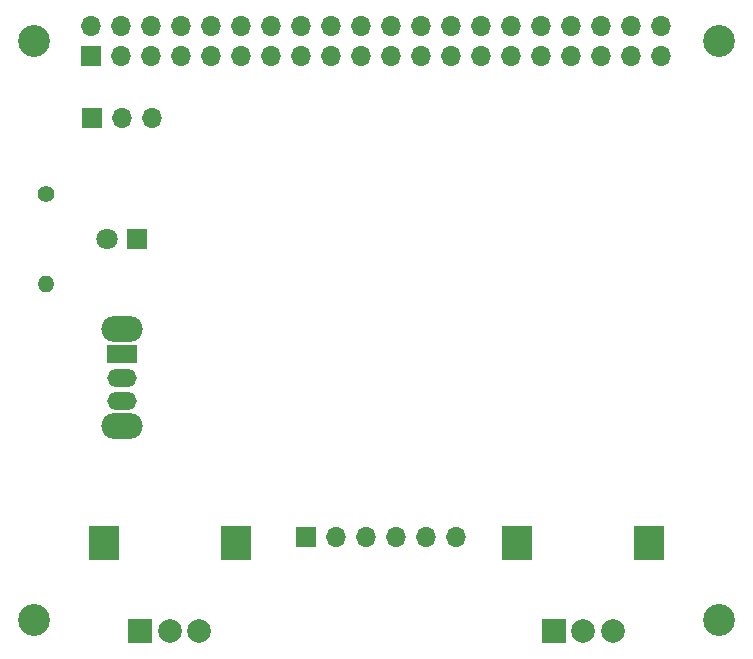
<source format=gbs>
G04 #@! TF.GenerationSoftware,KiCad,Pcbnew,5.1.2-f72e74a~84~ubuntu18.10.1*
G04 #@! TF.CreationDate,2019-07-04T17:38:07+09:00*
G04 #@! TF.ProjectId,RPI_HAT,5250495f-4841-4542-9e6b-696361645f70,rev?*
G04 #@! TF.SameCoordinates,Original*
G04 #@! TF.FileFunction,Soldermask,Bot*
G04 #@! TF.FilePolarity,Negative*
%FSLAX46Y46*%
G04 Gerber Fmt 4.6, Leading zero omitted, Abs format (unit mm)*
G04 Created by KiCad (PCBNEW 5.1.2-f72e74a~84~ubuntu18.10.1) date 2019-07-04 17:38:07*
%MOMM*%
%LPD*%
G04 APERTURE LIST*
%ADD10O,3.500000X2.200000*%
%ADD11O,2.500000X1.500000*%
%ADD12R,2.500000X1.500000*%
%ADD13O,1.700000X1.700000*%
%ADD14R,1.700000X1.700000*%
%ADD15O,1.400000X1.400000*%
%ADD16C,1.400000*%
%ADD17C,1.800000*%
%ADD18R,1.800000X1.800000*%
%ADD19R,2.000000X2.000000*%
%ADD20C,2.000000*%
%ADD21R,2.500000X3.000000*%
%ADD22C,2.700000*%
G04 APERTURE END LIST*
D10*
X211000000Y-130100000D03*
X211000000Y-121900000D03*
D11*
X211000000Y-128000000D03*
X211000000Y-126000000D03*
D12*
X211000000Y-124000000D03*
D13*
X239200000Y-139500000D03*
X236660000Y-139500000D03*
X234120000Y-139500000D03*
X231580000Y-139500000D03*
X229040000Y-139500000D03*
D14*
X226500000Y-139500000D03*
D13*
X213462000Y-104000000D03*
X210922000Y-104000000D03*
D14*
X208382000Y-104000000D03*
D15*
X204500000Y-118120000D03*
D16*
X204500000Y-110500000D03*
D17*
X209710000Y-114250000D03*
D18*
X212250000Y-114250000D03*
D19*
X247500000Y-147500000D03*
D20*
X250000000Y-147500000D03*
X252500000Y-147500000D03*
D21*
X244400000Y-140000000D03*
X255600000Y-140000000D03*
D19*
X212500000Y-147500000D03*
D20*
X215000000Y-147500000D03*
X217500000Y-147500000D03*
D21*
X209400000Y-140000000D03*
X220600000Y-140000000D03*
D14*
X208370000Y-98770000D03*
D13*
X208370000Y-96230000D03*
X210910000Y-98770000D03*
X210910000Y-96230000D03*
X213450000Y-98770000D03*
X213450000Y-96230000D03*
X215990000Y-98770000D03*
X215990000Y-96230000D03*
X218530000Y-98770000D03*
X218530000Y-96230000D03*
X221070000Y-98770000D03*
X221070000Y-96230000D03*
X223610000Y-98770000D03*
X223610000Y-96230000D03*
X226150000Y-98770000D03*
X226150000Y-96230000D03*
X228690000Y-98770000D03*
X228690000Y-96230000D03*
X231230000Y-98770000D03*
X231230000Y-96230000D03*
X233770000Y-98770000D03*
X233770000Y-96230000D03*
X236310000Y-98770000D03*
X236310000Y-96230000D03*
X238850000Y-98770000D03*
X238850000Y-96230000D03*
X241390000Y-98770000D03*
X241390000Y-96230000D03*
X243930000Y-98770000D03*
X243930000Y-96230000D03*
X246470000Y-98770000D03*
X246470000Y-96230000D03*
X249010000Y-98770000D03*
X249010000Y-96230000D03*
X251550000Y-98770000D03*
X251550000Y-96230000D03*
X254090000Y-98770000D03*
X254090000Y-96230000D03*
X256630000Y-98770000D03*
X256630000Y-96230000D03*
D22*
X261500000Y-146500000D03*
X203500000Y-146500000D03*
X261500000Y-97500000D03*
X203500000Y-97500000D03*
M02*

</source>
